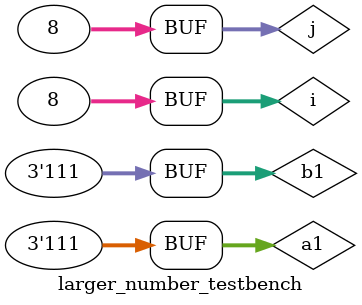
<source format=v>
`timescale 1ns / 1ps


module larger_number_testbench();

reg [2:0] a1,b1;
wire [2:0] y1;

larger_number t1(.a(a1),.b(b1),.y(y1));

integer i,j;
initial
begin
for (i=0;i<8;i=i+1) 
      begin   
         a1=i; 
          for (j=0;j<8;j=j+1)
             begin
               b1=j;
               #10;
             end;     
      end   
end
endmodule

</source>
